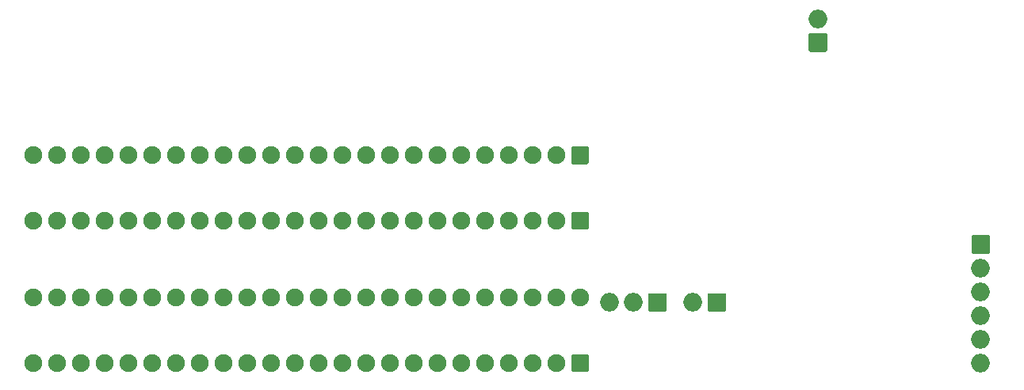
<source format=gbr>
G04 #@! TF.GenerationSoftware,KiCad,Pcbnew,(5.1.9)-1*
G04 #@! TF.CreationDate,2021-04-27T11:27:05+01:00*
G04 #@! TF.ProjectId,RGBtoHDMI Amiga Denise - solarmon - Rev 2 - SOIC,52474274-6f48-4444-9d49-20416d696761,2 (SOIC)*
G04 #@! TF.SameCoordinates,Original*
G04 #@! TF.FileFunction,Soldermask,Bot*
G04 #@! TF.FilePolarity,Negative*
%FSLAX46Y46*%
G04 Gerber Fmt 4.6, Leading zero omitted, Abs format (unit mm)*
G04 Created by KiCad (PCBNEW (5.1.9)-1) date 2021-04-27 11:27:05*
%MOMM*%
%LPD*%
G01*
G04 APERTURE LIST*
%ADD10O,2.000000X2.000000*%
%ADD11O,1.900000X1.900000*%
%ADD12C,1.900000*%
G04 APERTURE END LIST*
D10*
X189103000Y-43561000D03*
G36*
G01*
X190103000Y-45251000D02*
X190103000Y-46951000D01*
G75*
G02*
X189953000Y-47101000I-150000J0D01*
G01*
X188253000Y-47101000D01*
G75*
G02*
X188103000Y-46951000I0J150000D01*
G01*
X188103000Y-45251000D01*
G75*
G02*
X188253000Y-45101000I150000J0D01*
G01*
X189953000Y-45101000D01*
G75*
G02*
X190103000Y-45251000I0J-150000D01*
G01*
G37*
D11*
X105283000Y-80391000D03*
X107823000Y-80391000D03*
X110363000Y-80391000D03*
X112903000Y-80391000D03*
X115443000Y-80391000D03*
X117983000Y-80391000D03*
X120523000Y-80391000D03*
X123063000Y-80391000D03*
X125603000Y-80391000D03*
X128143000Y-80391000D03*
X130683000Y-80391000D03*
X133223000Y-80391000D03*
X135763000Y-80391000D03*
X138303000Y-80391000D03*
X140843000Y-80391000D03*
X143383000Y-80391000D03*
X145923000Y-80391000D03*
X148463000Y-80391000D03*
X151003000Y-80391000D03*
X153543000Y-80391000D03*
X156083000Y-80391000D03*
X158623000Y-80391000D03*
X161163000Y-80391000D03*
G36*
G01*
X164503000Y-81341000D02*
X162903000Y-81341000D01*
G75*
G02*
X162753000Y-81191000I0J150000D01*
G01*
X162753000Y-79591000D01*
G75*
G02*
X162903000Y-79441000I150000J0D01*
G01*
X164503000Y-79441000D01*
G75*
G02*
X164653000Y-79591000I0J-150000D01*
G01*
X164653000Y-81191000D01*
G75*
G02*
X164503000Y-81341000I-150000J0D01*
G01*
G37*
X105283000Y-65151000D03*
X107823000Y-65151000D03*
X110363000Y-65151000D03*
X112903000Y-65151000D03*
X115443000Y-65151000D03*
X117983000Y-65151000D03*
X120523000Y-65151000D03*
X123063000Y-65151000D03*
X125603000Y-65151000D03*
X128143000Y-65151000D03*
X130683000Y-65151000D03*
X133223000Y-65151000D03*
X135763000Y-65151000D03*
X138303000Y-65151000D03*
X140843000Y-65151000D03*
X143383000Y-65151000D03*
X145923000Y-65151000D03*
X148463000Y-65151000D03*
X151003000Y-65151000D03*
X153543000Y-65151000D03*
X156083000Y-65151000D03*
X158623000Y-65151000D03*
X161163000Y-65151000D03*
G36*
G01*
X164503000Y-66101000D02*
X162903000Y-66101000D01*
G75*
G02*
X162753000Y-65951000I0J150000D01*
G01*
X162753000Y-64351000D01*
G75*
G02*
X162903000Y-64201000I150000J0D01*
G01*
X164503000Y-64201000D01*
G75*
G02*
X164653000Y-64351000I0J-150000D01*
G01*
X164653000Y-65951000D01*
G75*
G02*
X164503000Y-66101000I-150000J0D01*
G01*
G37*
D10*
X206502000Y-80391000D03*
X206502000Y-77851000D03*
X206502000Y-75311000D03*
X206502000Y-72771000D03*
X206502000Y-70231000D03*
G36*
G01*
X205502000Y-68541000D02*
X205502000Y-66841000D01*
G75*
G02*
X205652000Y-66691000I150000J0D01*
G01*
X207352000Y-66691000D01*
G75*
G02*
X207502000Y-66841000I0J-150000D01*
G01*
X207502000Y-68541000D01*
G75*
G02*
X207352000Y-68691000I-150000J0D01*
G01*
X205652000Y-68691000D01*
G75*
G02*
X205502000Y-68541000I0J150000D01*
G01*
G37*
G36*
G01*
X171108000Y-72914000D02*
X172808000Y-72914000D01*
G75*
G02*
X172958000Y-73064000I0J-150000D01*
G01*
X172958000Y-74764000D01*
G75*
G02*
X172808000Y-74914000I-150000J0D01*
G01*
X171108000Y-74914000D01*
G75*
G02*
X170958000Y-74764000I0J150000D01*
G01*
X170958000Y-73064000D01*
G75*
G02*
X171108000Y-72914000I150000J0D01*
G01*
G37*
X169418000Y-73914000D03*
X166878000Y-73914000D03*
X175768000Y-73914000D03*
G36*
G01*
X177458000Y-72914000D02*
X179158000Y-72914000D01*
G75*
G02*
X179308000Y-73064000I0J-150000D01*
G01*
X179308000Y-74764000D01*
G75*
G02*
X179158000Y-74914000I-150000J0D01*
G01*
X177458000Y-74914000D01*
G75*
G02*
X177308000Y-74764000I0J150000D01*
G01*
X177308000Y-73064000D01*
G75*
G02*
X177458000Y-72914000I150000J0D01*
G01*
G37*
G36*
G01*
X162903000Y-57216000D02*
X164503000Y-57216000D01*
G75*
G02*
X164653000Y-57366000I0J-150000D01*
G01*
X164653000Y-58966000D01*
G75*
G02*
X164503000Y-59116000I-150000J0D01*
G01*
X162903000Y-59116000D01*
G75*
G02*
X162753000Y-58966000I0J150000D01*
G01*
X162753000Y-57366000D01*
G75*
G02*
X162903000Y-57216000I150000J0D01*
G01*
G37*
D11*
X135763000Y-73406000D03*
X161163000Y-58166000D03*
X138303000Y-73406000D03*
X158623000Y-58166000D03*
X140843000Y-73406000D03*
X156083000Y-58166000D03*
X143383000Y-73406000D03*
X153543000Y-58166000D03*
X145923000Y-73406000D03*
X151003000Y-58166000D03*
X148463000Y-73406000D03*
X148463000Y-58166000D03*
X151003000Y-73406000D03*
X145923000Y-58166000D03*
X153543000Y-73406000D03*
X143383000Y-58166000D03*
X156083000Y-73406000D03*
X140843000Y-58166000D03*
X158623000Y-73406000D03*
X138303000Y-58166000D03*
X161163000Y-73406000D03*
X135763000Y-58166000D03*
X163703000Y-73406000D03*
D12*
X133223000Y-58166000D03*
D11*
X105283000Y-73406000D03*
X130683000Y-58166000D03*
X107823000Y-73406000D03*
X128143000Y-58166000D03*
X110363000Y-73406000D03*
X125603000Y-58166000D03*
X112903000Y-73406000D03*
X123063000Y-58166000D03*
X115443000Y-73406000D03*
X120523000Y-58166000D03*
X117983000Y-73406000D03*
X117983000Y-58166000D03*
X120523000Y-73406000D03*
X115443000Y-58166000D03*
X123063000Y-73406000D03*
X112903000Y-58166000D03*
X125603000Y-73406000D03*
X110363000Y-58166000D03*
X128143000Y-73406000D03*
X107823000Y-58166000D03*
X130683000Y-73406000D03*
X105283000Y-58166000D03*
X133223000Y-73406000D03*
M02*

</source>
